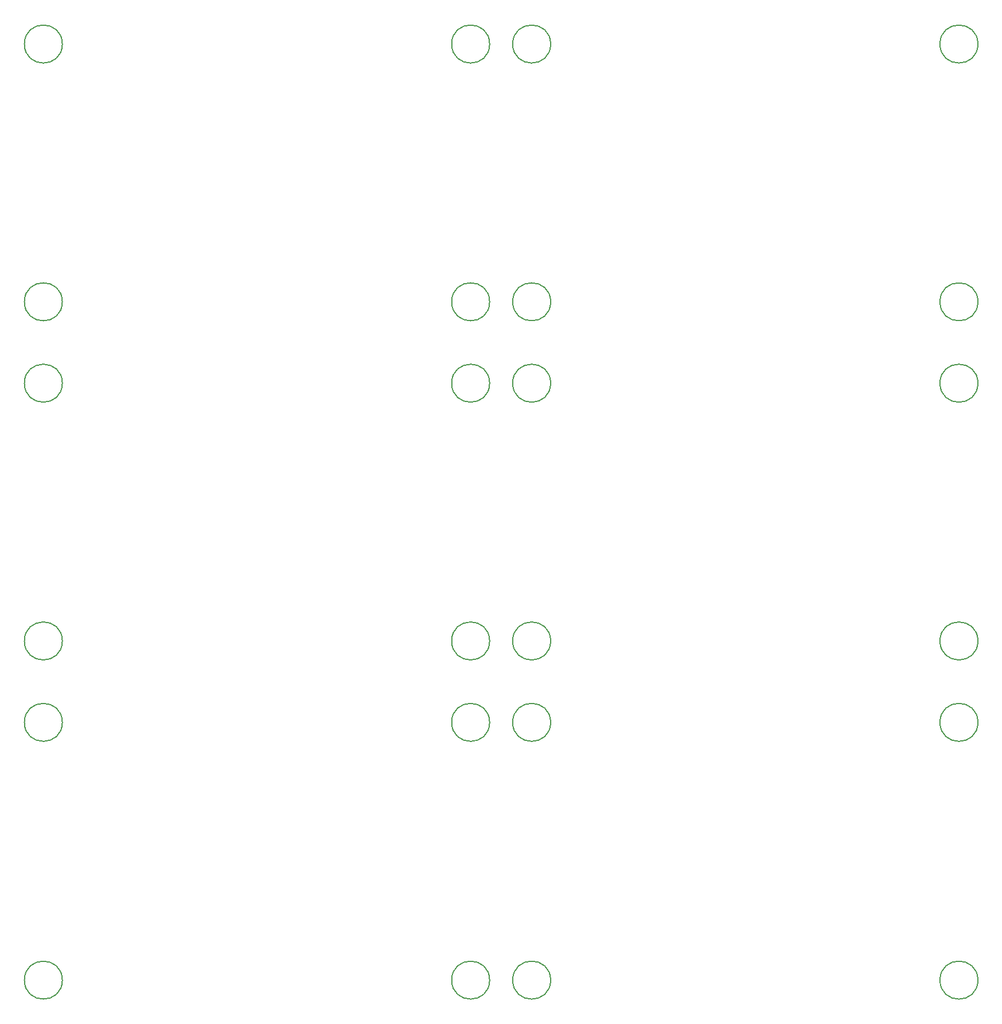
<source format=gbr>
%TF.GenerationSoftware,KiCad,Pcbnew,8.0.2*%
%TF.CreationDate,2024-05-05T15:06:13+02:00*%
%TF.ProjectId,panelized,70616e65-6c69-47a6-9564-2e6b69636164,rev?*%
%TF.SameCoordinates,Original*%
%TF.FileFunction,Other,Comment*%
%FSLAX46Y46*%
G04 Gerber Fmt 4.6, Leading zero omitted, Abs format (unit mm)*
G04 Created by KiCad (PCBNEW 8.0.2) date 2024-05-05 15:06:13*
%MOMM*%
%LPD*%
G01*
G04 APERTURE LIST*
%ADD10C,0.150000*%
G04 APERTURE END LIST*
D10*
%TO.C,H4*%
X13301000Y-3500000D02*
G75*
G02*
X7701000Y-3500000I-2800000J0D01*
G01*
X7701000Y-3500000D02*
G75*
G02*
X13301000Y-3500000I2800000J0D01*
G01*
%TO.C,H1*%
X85301000Y-91500000D02*
G75*
G02*
X79701000Y-91500000I-2800000J0D01*
G01*
X79701000Y-91500000D02*
G75*
G02*
X85301000Y-91500000I2800000J0D01*
G01*
%TO.C,H4*%
X85301000Y-103500000D02*
G75*
G02*
X79701000Y-103500000I-2800000J0D01*
G01*
X79701000Y-103500000D02*
G75*
G02*
X85301000Y-103500000I2800000J0D01*
G01*
%TO.C,H3*%
X76301000Y-53500000D02*
G75*
G02*
X70701000Y-53500000I-2800000J0D01*
G01*
X70701000Y-53500000D02*
G75*
G02*
X76301000Y-53500000I2800000J0D01*
G01*
%TO.C,H2*%
X76301000Y-141500000D02*
G75*
G02*
X70701000Y-141500000I-2800000J0D01*
G01*
X70701000Y-141500000D02*
G75*
G02*
X76301000Y-141500000I2800000J0D01*
G01*
%TO.C,H3*%
X76301000Y-3500000D02*
G75*
G02*
X70701000Y-3500000I-2800000J0D01*
G01*
X70701000Y-3500000D02*
G75*
G02*
X76301000Y-3500000I2800000J0D01*
G01*
X148301000Y-3500000D02*
G75*
G02*
X142701000Y-3500000I-2800000J0D01*
G01*
X142701000Y-3500000D02*
G75*
G02*
X148301000Y-3500000I2800000J0D01*
G01*
X148301000Y-53500000D02*
G75*
G02*
X142701000Y-53500000I-2800000J0D01*
G01*
X142701000Y-53500000D02*
G75*
G02*
X148301000Y-53500000I2800000J0D01*
G01*
%TO.C,H4*%
X13301000Y-103500000D02*
G75*
G02*
X7701000Y-103500000I-2800000J0D01*
G01*
X7701000Y-103500000D02*
G75*
G02*
X13301000Y-103500000I2800000J0D01*
G01*
X13301000Y-53500000D02*
G75*
G02*
X7701000Y-53500000I-2800000J0D01*
G01*
X7701000Y-53500000D02*
G75*
G02*
X13301000Y-53500000I2800000J0D01*
G01*
X85301000Y-3500000D02*
G75*
G02*
X79701000Y-3500000I-2800000J0D01*
G01*
X79701000Y-3500000D02*
G75*
G02*
X85301000Y-3500000I2800000J0D01*
G01*
%TO.C,H3*%
X76301000Y-103500000D02*
G75*
G02*
X70701000Y-103500000I-2800000J0D01*
G01*
X70701000Y-103500000D02*
G75*
G02*
X76301000Y-103500000I2800000J0D01*
G01*
%TO.C,H2*%
X148301000Y-141500000D02*
G75*
G02*
X142701000Y-141500000I-2800000J0D01*
G01*
X142701000Y-141500000D02*
G75*
G02*
X148301000Y-141500000I2800000J0D01*
G01*
%TO.C,H1*%
X13301000Y-91500000D02*
G75*
G02*
X7701000Y-91500000I-2800000J0D01*
G01*
X7701000Y-91500000D02*
G75*
G02*
X13301000Y-91500000I2800000J0D01*
G01*
%TO.C,H4*%
X85301000Y-53500000D02*
G75*
G02*
X79701000Y-53500000I-2800000J0D01*
G01*
X79701000Y-53500000D02*
G75*
G02*
X85301000Y-53500000I2800000J0D01*
G01*
%TO.C,H1*%
X85301000Y-41500000D02*
G75*
G02*
X79701000Y-41500000I-2800000J0D01*
G01*
X79701000Y-41500000D02*
G75*
G02*
X85301000Y-41500000I2800000J0D01*
G01*
%TO.C,H2*%
X76301000Y-41500000D02*
G75*
G02*
X70701000Y-41500000I-2800000J0D01*
G01*
X70701000Y-41500000D02*
G75*
G02*
X76301000Y-41500000I2800000J0D01*
G01*
X148301000Y-41500000D02*
G75*
G02*
X142701000Y-41500000I-2800000J0D01*
G01*
X142701000Y-41500000D02*
G75*
G02*
X148301000Y-41500000I2800000J0D01*
G01*
%TO.C,H1*%
X13301000Y-41500000D02*
G75*
G02*
X7701000Y-41500000I-2800000J0D01*
G01*
X7701000Y-41500000D02*
G75*
G02*
X13301000Y-41500000I2800000J0D01*
G01*
%TO.C,H3*%
X148301000Y-103500000D02*
G75*
G02*
X142701000Y-103500000I-2800000J0D01*
G01*
X142701000Y-103500000D02*
G75*
G02*
X148301000Y-103500000I2800000J0D01*
G01*
%TO.C,H2*%
X76301000Y-91500000D02*
G75*
G02*
X70701000Y-91500000I-2800000J0D01*
G01*
X70701000Y-91500000D02*
G75*
G02*
X76301000Y-91500000I2800000J0D01*
G01*
%TO.C,H1*%
X85301000Y-141500000D02*
G75*
G02*
X79701000Y-141500000I-2800000J0D01*
G01*
X79701000Y-141500000D02*
G75*
G02*
X85301000Y-141500000I2800000J0D01*
G01*
X13301000Y-141500000D02*
G75*
G02*
X7701000Y-141500000I-2800000J0D01*
G01*
X7701000Y-141500000D02*
G75*
G02*
X13301000Y-141500000I2800000J0D01*
G01*
%TO.C,H2*%
X148301000Y-91500000D02*
G75*
G02*
X142701000Y-91500000I-2800000J0D01*
G01*
X142701000Y-91500000D02*
G75*
G02*
X148301000Y-91500000I2800000J0D01*
G01*
%TD*%
M02*

</source>
